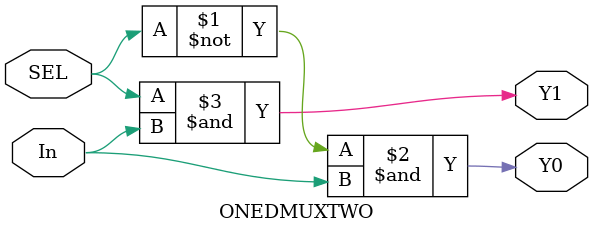
<source format=v>
module ONEDMUXTWO(
    input wire In,      // Input signal
    input wire SEL,     // Select line
    output wire Y0,     // Output 0
    output wire Y1      // Output 1
);

    // Logic for the DMUX
    assign Y0 = ~SEL & In;  // Y0 is high when SEL is 0 and In is high
    assign Y1 = SEL & In;   // Y1 is high when SEL is 1 and In is high

endmodule

</source>
